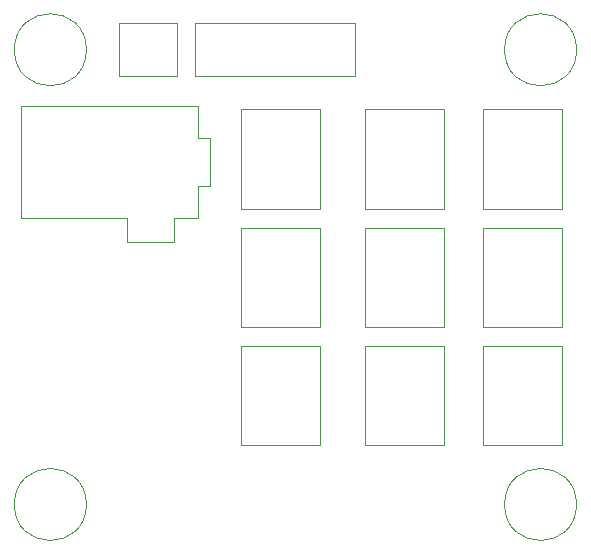
<source format=gbr>
G04 #@! TF.GenerationSoftware,KiCad,Pcbnew,(5.1.4)-1*
G04 #@! TF.CreationDate,2020-10-15T16:48:06+03:00*
G04 #@! TF.ProjectId,12V5A_breakout,31325635-415f-4627-9265-616b6f75742e,rev?*
G04 #@! TF.SameCoordinates,Original*
G04 #@! TF.FileFunction,Other,User*
%FSLAX46Y46*%
G04 Gerber Fmt 4.6, Leading zero omitted, Abs format (unit mm)*
G04 Created by KiCad (PCBNEW (5.1.4)-1) date 2020-10-15 16:48:06*
%MOMM*%
%LPD*%
G04 APERTURE LIST*
%ADD10C,0.050000*%
G04 APERTURE END LIST*
D10*
X111850000Y-56450000D02*
X111850000Y-48050000D01*
X105100000Y-56450000D02*
X111850000Y-56450000D01*
X105100000Y-48050000D02*
X105100000Y-56450000D01*
X111850000Y-48050000D02*
X105100000Y-48050000D01*
X123050000Y-81500000D02*
G75*
G03X123050000Y-81500000I-3050000J0D01*
G01*
X81550000Y-81500000D02*
G75*
G03X81550000Y-81500000I-3050000J0D01*
G01*
X81550000Y-43000000D02*
G75*
G03X81550000Y-43000000I-3050000J0D01*
G01*
X123050000Y-43000000D02*
G75*
G03X123050000Y-43000000I-3050000J0D01*
G01*
X90750000Y-45250000D02*
X104250000Y-45250000D01*
X90750000Y-40750000D02*
X90750000Y-45250000D01*
X104250000Y-40750000D02*
X90750000Y-40750000D01*
X104250000Y-45250000D02*
X104250000Y-40750000D01*
X89200000Y-40750000D02*
X84350000Y-40750000D01*
X89200000Y-45250000D02*
X89200000Y-40750000D01*
X84350000Y-45250000D02*
X89200000Y-45250000D01*
X84350000Y-40750000D02*
X84350000Y-45250000D01*
X121850000Y-76450000D02*
X121850000Y-68050000D01*
X115100000Y-76450000D02*
X121850000Y-76450000D01*
X115100000Y-68050000D02*
X115100000Y-76450000D01*
X121850000Y-68050000D02*
X115100000Y-68050000D01*
X121850000Y-66450000D02*
X121850000Y-58050000D01*
X115100000Y-66450000D02*
X121850000Y-66450000D01*
X115100000Y-58050000D02*
X115100000Y-66450000D01*
X121850000Y-58050000D02*
X115100000Y-58050000D01*
X121850000Y-56450000D02*
X121850000Y-48050000D01*
X115100000Y-56450000D02*
X121850000Y-56450000D01*
X115100000Y-48050000D02*
X115100000Y-56450000D01*
X121850000Y-48050000D02*
X115100000Y-48050000D01*
X111850000Y-76450000D02*
X111850000Y-68050000D01*
X105100000Y-76450000D02*
X111850000Y-76450000D01*
X105100000Y-68050000D02*
X105100000Y-76450000D01*
X111850000Y-68050000D02*
X105100000Y-68050000D01*
X111850000Y-66450000D02*
X111850000Y-58050000D01*
X105100000Y-66450000D02*
X111850000Y-66450000D01*
X105100000Y-58050000D02*
X105100000Y-66450000D01*
X111850000Y-58050000D02*
X105100000Y-58050000D01*
X101350000Y-76450000D02*
X101350000Y-68050000D01*
X94600000Y-76450000D02*
X101350000Y-76450000D01*
X94600000Y-68050000D02*
X94600000Y-76450000D01*
X101350000Y-68050000D02*
X94600000Y-68050000D01*
X101350000Y-66450000D02*
X101350000Y-58050000D01*
X94600000Y-66450000D02*
X101350000Y-66450000D01*
X94600000Y-58050000D02*
X94600000Y-66450000D01*
X101350000Y-58050000D02*
X94600000Y-58050000D01*
X101350000Y-56450000D02*
X101350000Y-48050000D01*
X94600000Y-56450000D02*
X101350000Y-56450000D01*
X94600000Y-48050000D02*
X94600000Y-56450000D01*
X101350000Y-48050000D02*
X94600000Y-48050000D01*
X76000000Y-57250000D02*
X76000000Y-47750000D01*
X85000000Y-57250000D02*
X76000000Y-57250000D01*
X85000000Y-59250000D02*
X85000000Y-57250000D01*
X89000000Y-59250000D02*
X85000000Y-59250000D01*
X89000000Y-57250000D02*
X89000000Y-59250000D01*
X91000000Y-57250000D02*
X89000000Y-57250000D01*
X91000000Y-54500000D02*
X91000000Y-57250000D01*
X92000000Y-54500000D02*
X91000000Y-54500000D01*
X92000000Y-50500000D02*
X92000000Y-54500000D01*
X91000000Y-50500000D02*
X92000000Y-50500000D01*
X91000000Y-48000000D02*
X91000000Y-50500000D01*
X91000000Y-47750000D02*
X76000000Y-47750000D01*
X91000000Y-48000000D02*
X91000000Y-47750000D01*
M02*

</source>
